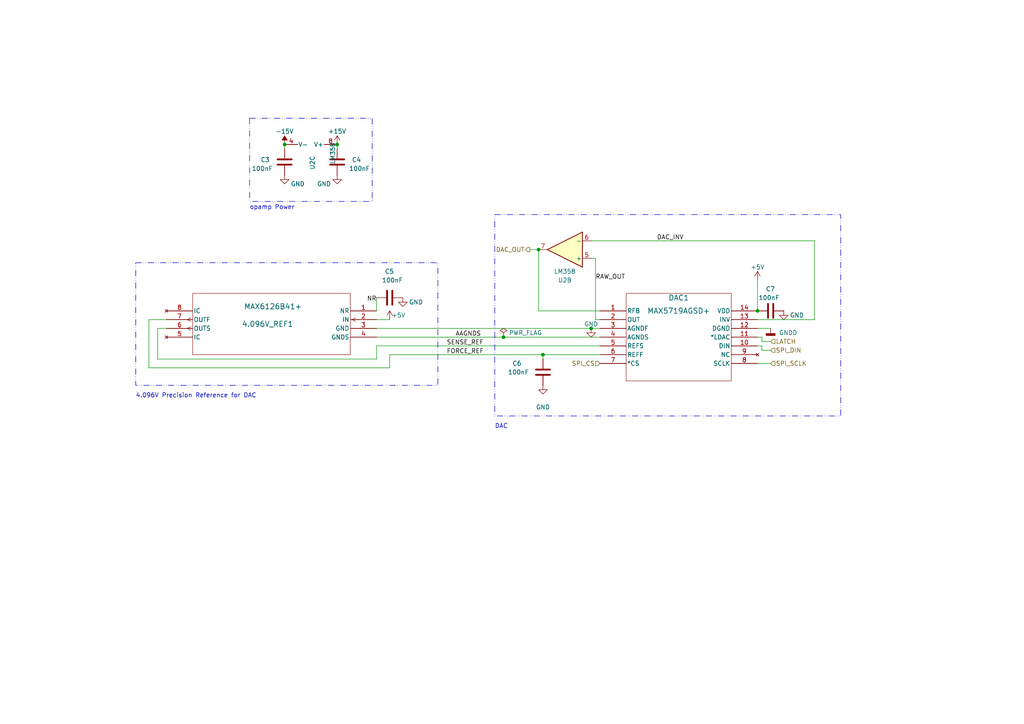
<source format=kicad_sch>
(kicad_sch (version 20230121) (generator eeschema)

  (uuid b001fea7-555d-43dc-9db4-e745df1b31e6)

  (paper "A4")

  (lib_symbols
    (symbol "Amplifier_Operational:LM358" (pin_names (offset 0.127)) (in_bom yes) (on_board yes)
      (property "Reference" "U2" (at 0 8.89 0)
        (effects (font (size 1.27 1.27)))
      )
      (property "Value" "LM358" (at 0 6.35 0)
        (effects (font (size 1.27 1.27)))
      )
      (property "Footprint" "LM358:D8" (at 0 0 0)
        (effects (font (size 1.27 1.27)) hide)
      )
      (property "Datasheet" "http://www.ti.com/lit/ds/symlink/lm2904-n.pdf" (at -1.27 6.35 0)
        (effects (font (size 1.27 1.27)) hide)
      )
      (property "ki_locked" "" (at 0 0 0)
        (effects (font (size 1.27 1.27)))
      )
      (property "ki_keywords" "dual opamp" (at 0 0 0)
        (effects (font (size 1.27 1.27)) hide)
      )
      (property "ki_description" "Low-Power, Dual Operational Amplifiers, DIP-8/SOIC-8/TO-99-8" (at 0 0 0)
        (effects (font (size 1.27 1.27)) hide)
      )
      (property "ki_fp_filters" "SOIC*3.9x4.9mm*P1.27mm* DIP*W7.62mm* TO*99* OnSemi*Micro8* TSSOP*3x3mm*P0.65mm* TSSOP*4.4x3mm*P0.65mm* MSOP*3x3mm*P0.65mm* SSOP*3.9x4.9mm*P0.635mm* LFCSP*2x2mm*P0.5mm* *SIP* SOIC*5.3x6.2mm*P1.27mm*" (at 0 0 0)
        (effects (font (size 1.27 1.27)) hide)
      )
      (symbol "LM358_1_1"
        (polyline
          (pts
            (xy -5.08 5.08)
            (xy 5.08 0)
            (xy -5.08 -5.08)
            (xy -5.08 5.08)
          )
          (stroke (width 0.254) (type default))
          (fill (type background))
        )
        (pin power_out line (at 7.62 0 180) (length 2.54)
          (name "~" (effects (font (size 1.27 1.27))))
          (number "1" (effects (font (size 1.27 1.27))))
        )
        (pin input line (at -7.62 -2.54 0) (length 2.54)
          (name "-" (effects (font (size 1.27 1.27))))
          (number "2" (effects (font (size 1.27 1.27))))
        )
        (pin input line (at -7.62 2.54 0) (length 2.54)
          (name "+" (effects (font (size 1.27 1.27))))
          (number "3" (effects (font (size 1.27 1.27))))
        )
      )
      (symbol "LM358_2_1"
        (polyline
          (pts
            (xy -5.08 5.08)
            (xy 5.08 0)
            (xy -5.08 -5.08)
            (xy -5.08 5.08)
          )
          (stroke (width 0.254) (type default))
          (fill (type background))
        )
        (pin input line (at -7.62 2.54 0) (length 2.54)
          (name "+" (effects (font (size 1.27 1.27))))
          (number "5" (effects (font (size 1.27 1.27))))
        )
        (pin input line (at -7.62 -2.54 0) (length 2.54)
          (name "-" (effects (font (size 1.27 1.27))))
          (number "6" (effects (font (size 1.27 1.27))))
        )
        (pin output line (at 7.62 0 180) (length 2.54)
          (name "~" (effects (font (size 1.27 1.27))))
          (number "7" (effects (font (size 1.27 1.27))))
        )
      )
      (symbol "LM358_3_1"
        (pin power_in line (at -2.54 -7.62 90) (length 3.81)
          (name "V-" (effects (font (size 1.27 1.27))))
          (number "4" (effects (font (size 1.27 1.27))))
        )
        (pin power_in line (at -2.54 7.62 270) (length 3.81)
          (name "V+" (effects (font (size 1.27 1.27))))
          (number "8" (effects (font (size 1.27 1.27))))
        )
      )
    )
    (symbol "Device:C" (pin_numbers hide) (pin_names (offset 0.254)) (in_bom yes) (on_board yes)
      (property "Reference" "C" (at 0.635 2.54 0)
        (effects (font (size 1.27 1.27)) (justify left))
      )
      (property "Value" "C" (at 0.635 -2.54 0)
        (effects (font (size 1.27 1.27)) (justify left))
      )
      (property "Footprint" "" (at 0.9652 -3.81 0)
        (effects (font (size 1.27 1.27)) hide)
      )
      (property "Datasheet" "~" (at 0 0 0)
        (effects (font (size 1.27 1.27)) hide)
      )
      (property "ki_keywords" "cap capacitor" (at 0 0 0)
        (effects (font (size 1.27 1.27)) hide)
      )
      (property "ki_description" "Unpolarized capacitor" (at 0 0 0)
        (effects (font (size 1.27 1.27)) hide)
      )
      (property "ki_fp_filters" "C_*" (at 0 0 0)
        (effects (font (size 1.27 1.27)) hide)
      )
      (symbol "C_0_1"
        (polyline
          (pts
            (xy -2.032 -0.762)
            (xy 2.032 -0.762)
          )
          (stroke (width 0.508) (type default))
          (fill (type none))
        )
        (polyline
          (pts
            (xy -2.032 0.762)
            (xy 2.032 0.762)
          )
          (stroke (width 0.508) (type default))
          (fill (type none))
        )
      )
      (symbol "C_1_1"
        (pin passive line (at 0 3.81 270) (length 2.794)
          (name "~" (effects (font (size 1.27 1.27))))
          (number "1" (effects (font (size 1.27 1.27))))
        )
        (pin passive line (at 0 -3.81 90) (length 2.794)
          (name "~" (effects (font (size 1.27 1.27))))
          (number "2" (effects (font (size 1.27 1.27))))
        )
      )
    )
    (symbol "LM358_1" (pin_names (offset 0.127)) (in_bom yes) (on_board yes)
      (property "Reference" "U2" (at 0 8.89 0)
        (effects (font (size 1.27 1.27)))
      )
      (property "Value" "LM358" (at 0 6.35 0)
        (effects (font (size 1.27 1.27)))
      )
      (property "Footprint" "LM358:D8" (at 0 0 0)
        (effects (font (size 1.27 1.27)) hide)
      )
      (property "Datasheet" "http://www.ti.com/lit/ds/symlink/lm2904-n.pdf" (at -1.27 6.35 0)
        (effects (font (size 1.27 1.27)) hide)
      )
      (property "ki_locked" "" (at 0 0 0)
        (effects (font (size 1.27 1.27)))
      )
      (property "ki_keywords" "dual opamp" (at 0 0 0)
        (effects (font (size 1.27 1.27)) hide)
      )
      (property "ki_description" "Low-Power, Dual Operational Amplifiers, DIP-8/SOIC-8/TO-99-8" (at 0 0 0)
        (effects (font (size 1.27 1.27)) hide)
      )
      (property "ki_fp_filters" "SOIC*3.9x4.9mm*P1.27mm* DIP*W7.62mm* TO*99* OnSemi*Micro8* TSSOP*3x3mm*P0.65mm* TSSOP*4.4x3mm*P0.65mm* MSOP*3x3mm*P0.65mm* SSOP*3.9x4.9mm*P0.635mm* LFCSP*2x2mm*P0.5mm* *SIP* SOIC*5.3x6.2mm*P1.27mm*" (at 0 0 0)
        (effects (font (size 1.27 1.27)) hide)
      )
      (symbol "LM358_1_1_1"
        (polyline
          (pts
            (xy -5.08 5.08)
            (xy 5.08 0)
            (xy -5.08 -5.08)
            (xy -5.08 5.08)
          )
          (stroke (width 0.254) (type default))
          (fill (type background))
        )
        (pin power_out line (at 7.62 0 180) (length 2.54)
          (name "~" (effects (font (size 1.27 1.27))))
          (number "1" (effects (font (size 1.27 1.27))))
        )
        (pin input line (at -7.62 -2.54 0) (length 2.54)
          (name "-" (effects (font (size 1.27 1.27))))
          (number "2" (effects (font (size 1.27 1.27))))
        )
        (pin input line (at -7.62 2.54 0) (length 2.54)
          (name "+" (effects (font (size 1.27 1.27))))
          (number "3" (effects (font (size 1.27 1.27))))
        )
      )
      (symbol "LM358_1_2_1"
        (polyline
          (pts
            (xy -5.08 5.08)
            (xy 5.08 0)
            (xy -5.08 -5.08)
            (xy -5.08 5.08)
          )
          (stroke (width 0.254) (type default))
          (fill (type background))
        )
        (pin input line (at -7.62 2.54 0) (length 2.54)
          (name "+" (effects (font (size 1.27 1.27))))
          (number "5" (effects (font (size 1.27 1.27))))
        )
        (pin input line (at -7.62 -2.54 0) (length 2.54)
          (name "-" (effects (font (size 1.27 1.27))))
          (number "6" (effects (font (size 1.27 1.27))))
        )
        (pin output line (at 7.62 0 180) (length 2.54)
          (name "~" (effects (font (size 1.27 1.27))))
          (number "7" (effects (font (size 1.27 1.27))))
        )
      )
      (symbol "LM358_1_3_1"
        (pin power_in line (at -2.54 -7.62 90) (length 3.81)
          (name "V-" (effects (font (size 1.27 1.27))))
          (number "4" (effects (font (size 1.27 1.27))))
        )
        (pin power_in line (at -2.54 7.62 270) (length 3.81)
          (name "V+" (effects (font (size 1.27 1.27))))
          (number "8" (effects (font (size 1.27 1.27))))
        )
      )
    )
    (symbol "MAX5719:MAX5719AGSD+" (pin_names (offset 0.254)) (in_bom yes) (on_board yes)
      (property "Reference" "DAC1" (at 22.86 3.81 0)
        (effects (font (size 1.524 1.524)))
      )
      (property "Value" "MAX5719AGSD+" (at 22.86 0 0)
        (effects (font (size 1.524 1.524)))
      )
      (property "Footprint" "MAX5719:21-0041_S14&plus_4_MXM" (at -3.81 6.35 0)
        (effects (font (size 1.27 1.27) italic) hide)
      )
      (property "Datasheet" "MAX5719AGSD+" (at -6.35 3.81 0)
        (effects (font (size 1.27 1.27) italic) hide)
      )
      (property "ki_locked" "" (at 0 0 0)
        (effects (font (size 1.27 1.27)))
      )
      (property "ki_keywords" "MAX5719AGSD+" (at 0 0 0)
        (effects (font (size 1.27 1.27)) hide)
      )
      (property "ki_fp_filters" "21-0041_S14+4_MXM 21-0041_S14+4_MXM-M 21-0041_S14+4_MXM-L" (at 0 0 0)
        (effects (font (size 1.27 1.27)) hide)
      )
      (symbol "MAX5719AGSD+_0_1"
        (polyline
          (pts
            (xy 7.62 -20.32)
            (xy 38.1 -20.32)
          )
          (stroke (width 0.127) (type default))
          (fill (type none))
        )
        (polyline
          (pts
            (xy 7.62 5.08)
            (xy 7.62 -20.32)
          )
          (stroke (width 0.127) (type default))
          (fill (type none))
        )
        (polyline
          (pts
            (xy 38.1 -20.32)
            (xy 38.1 5.08)
          )
          (stroke (width 0.127) (type default))
          (fill (type none))
        )
        (polyline
          (pts
            (xy 38.1 5.08)
            (xy 7.62 5.08)
          )
          (stroke (width 0.127) (type default))
          (fill (type none))
        )
        (pin power_in line (at 45.72 0 180) (length 7.62)
          (name "VDD" (effects (font (size 1.27 1.27))))
          (number "14" (effects (font (size 1.27 1.27))))
        )
        (pin output line (at 0 -2.54 0) (length 7.62)
          (name "OUT" (effects (font (size 1.27 1.27))))
          (number "2" (effects (font (size 1.27 1.27))))
        )
        (pin no_connect line (at 45.72 -12.7 180) (length 7.62)
          (name "NC" (effects (font (size 1.27 1.27))))
          (number "9" (effects (font (size 1.27 1.27))))
        )
      )
      (symbol "MAX5719AGSD+_1_1"
        (pin input line (at 0 0 0) (length 7.62)
          (name "RFB" (effects (font (size 1.27 1.27))))
          (number "1" (effects (font (size 1.27 1.27))))
        )
        (pin input line (at 45.72 -10.16 180) (length 7.62)
          (name "DIN" (effects (font (size 1.27 1.27))))
          (number "10" (effects (font (size 1.27 1.27))))
        )
        (pin input line (at 45.72 -7.62 180) (length 7.62)
          (name "*LDAC" (effects (font (size 1.27 1.27))))
          (number "11" (effects (font (size 1.27 1.27))))
        )
        (pin power_in line (at 45.72 -5.08 180) (length 7.62)
          (name "DGND" (effects (font (size 1.27 1.27))))
          (number "12" (effects (font (size 1.27 1.27))))
        )
        (pin output line (at 45.72 -2.54 180) (length 7.62)
          (name "INV" (effects (font (size 1.27 1.27))))
          (number "13" (effects (font (size 1.27 1.27))))
        )
        (pin power_in line (at 0 -5.08 0) (length 7.62)
          (name "AGNDF" (effects (font (size 1.27 1.27))))
          (number "3" (effects (font (size 1.27 1.27))))
        )
        (pin power_in line (at 0 -7.62 0) (length 7.62)
          (name "AGNDS" (effects (font (size 1.27 1.27))))
          (number "4" (effects (font (size 1.27 1.27))))
        )
        (pin input line (at 0 -10.16 0) (length 7.62)
          (name "REFS" (effects (font (size 1.27 1.27))))
          (number "5" (effects (font (size 1.27 1.27))))
        )
        (pin input line (at 0 -12.7 0) (length 7.62)
          (name "REFF" (effects (font (size 1.27 1.27))))
          (number "6" (effects (font (size 1.27 1.27))))
        )
        (pin input line (at 0 -15.24 0) (length 7.62)
          (name "*CS" (effects (font (size 1.27 1.27))))
          (number "7" (effects (font (size 1.27 1.27))))
        )
        (pin input line (at 45.72 -15.24 180) (length 7.62)
          (name "SCLK" (effects (font (size 1.27 1.27))))
          (number "8" (effects (font (size 1.27 1.27))))
        )
      )
    )
    (symbol "MAX6126:MAX6126B41+" (pin_names (offset 0.254)) (in_bom yes) (on_board yes)
      (property "Reference" "4.096V_prec_ref2" (at -21.59 -3.81 0)
        (effects (font (size 1.524 1.524)) (justify left))
      )
      (property "Value" "MAX6126B41+" (at -22.86 1.27 0)
        (effects (font (size 1.524 1.524)) (justify left))
      )
      (property "Footprint" "MAX6126:21-0036K" (at 0 0 0)
        (effects (font (size 1.27 1.27) italic) hide)
      )
      (property "Datasheet" "MAX6126B41+" (at 0 0 0)
        (effects (font (size 1.27 1.27) italic) hide)
      )
      (property "ki_locked" "" (at 0 0 0)
        (effects (font (size 1.27 1.27)))
      )
      (property "ki_keywords" "MAX6126B41+" (at 0 0 0)
        (effects (font (size 1.27 1.27)) hide)
      )
      (property "ki_fp_filters" "21-0036K 21-0036K-M 21-0036K-L" (at 0 0 0)
        (effects (font (size 1.27 1.27)) hide)
      )
      (symbol "MAX6126B41+_0_1"
        (polyline
          (pts
            (xy 7.0993 -2.54)
            (xy 6.0579 -3.0607)
          )
          (stroke (width 0.127) (type default))
          (fill (type none))
        )
        (polyline
          (pts
            (xy 7.0993 -2.54)
            (xy 6.0579 -2.0193)
          )
          (stroke (width 0.127) (type default))
          (fill (type none))
        )
        (polyline
          (pts
            (xy 7.62 -12.7)
            (xy 53.34 -12.7)
          )
          (stroke (width 0.127) (type default))
          (fill (type none))
        )
        (polyline
          (pts
            (xy 7.62 5.08)
            (xy 7.62 -12.7)
          )
          (stroke (width 0.127) (type default))
          (fill (type none))
        )
        (polyline
          (pts
            (xy 53.34 -12.7)
            (xy 53.34 5.08)
          )
          (stroke (width 0.127) (type default))
          (fill (type none))
        )
        (polyline
          (pts
            (xy 53.34 5.08)
            (xy 7.62 5.08)
          )
          (stroke (width 0.127) (type default))
          (fill (type none))
        )
        (polyline
          (pts
            (xy 53.8607 -5.6007)
            (xy 54.9021 -5.08)
          )
          (stroke (width 0.127) (type default))
          (fill (type none))
        )
        (polyline
          (pts
            (xy 53.8607 -4.5593)
            (xy 54.9021 -5.08)
          )
          (stroke (width 0.127) (type default))
          (fill (type none))
        )
        (polyline
          (pts
            (xy 53.8607 -3.0607)
            (xy 54.9021 -2.54)
          )
          (stroke (width 0.127) (type default))
          (fill (type none))
        )
        (polyline
          (pts
            (xy 53.8607 -2.0193)
            (xy 54.9021 -2.54)
          )
          (stroke (width 0.127) (type default))
          (fill (type none))
        )
        (pin input line (at 0 -2.54 0) (length 7.62)
          (name "IN" (effects (font (size 1.27 1.27))))
          (number "2" (effects (font (size 1.27 1.27))))
        )
        (pin power_in line (at 0 -5.08 0) (length 7.62)
          (name "GND" (effects (font (size 1.27 1.27))))
          (number "3" (effects (font (size 1.27 1.27))))
        )
        (pin power_in line (at 0 -7.62 0) (length 7.62)
          (name "GNDS" (effects (font (size 1.27 1.27))))
          (number "4" (effects (font (size 1.27 1.27))))
        )
        (pin no_connect line (at 60.96 -7.62 180) (length 7.62)
          (name "IC" (effects (font (size 1.27 1.27))))
          (number "5" (effects (font (size 1.27 1.27))))
        )
        (pin output line (at 60.96 -5.08 180) (length 7.62)
          (name "OUTS" (effects (font (size 1.27 1.27))))
          (number "6" (effects (font (size 1.27 1.27))))
        )
        (pin output line (at 60.96 -2.54 180) (length 7.62)
          (name "OUTF" (effects (font (size 1.27 1.27))))
          (number "7" (effects (font (size 1.27 1.27))))
        )
        (pin no_connect line (at 60.96 0 180) (length 7.62)
          (name "IC" (effects (font (size 1.27 1.27))))
          (number "8" (effects (font (size 1.27 1.27))))
        )
      )
      (symbol "MAX6126B41+_1_1"
        (pin input line (at 0 0 0) (length 7.62)
          (name "NR" (effects (font (size 1.27 1.27))))
          (number "1" (effects (font (size 1.27 1.27))))
        )
      )
    )
    (symbol "power:+15V" (power) (pin_names (offset 0)) (in_bom yes) (on_board yes)
      (property "Reference" "#PWR" (at 0 -3.81 0)
        (effects (font (size 1.27 1.27)) hide)
      )
      (property "Value" "+15V" (at 0 3.556 0)
        (effects (font (size 1.27 1.27)))
      )
      (property "Footprint" "" (at 0 0 0)
        (effects (font (size 1.27 1.27)) hide)
      )
      (property "Datasheet" "" (at 0 0 0)
        (effects (font (size 1.27 1.27)) hide)
      )
      (property "ki_keywords" "global power" (at 0 0 0)
        (effects (font (size 1.27 1.27)) hide)
      )
      (property "ki_description" "Power symbol creates a global label with name \"+15V\"" (at 0 0 0)
        (effects (font (size 1.27 1.27)) hide)
      )
      (symbol "+15V_0_1"
        (polyline
          (pts
            (xy -0.762 1.27)
            (xy 0 2.54)
          )
          (stroke (width 0) (type default))
          (fill (type none))
        )
        (polyline
          (pts
            (xy 0 0)
            (xy 0 2.54)
          )
          (stroke (width 0) (type default))
          (fill (type none))
        )
        (polyline
          (pts
            (xy 0 2.54)
            (xy 0.762 1.27)
          )
          (stroke (width 0) (type default))
          (fill (type none))
        )
      )
      (symbol "+15V_1_1"
        (pin power_in line (at 0 0 90) (length 0) hide
          (name "+15V" (effects (font (size 1.27 1.27))))
          (number "1" (effects (font (size 1.27 1.27))))
        )
      )
    )
    (symbol "power:+5V" (power) (pin_names (offset 0)) (in_bom yes) (on_board yes)
      (property "Reference" "#PWR" (at 0 -3.81 0)
        (effects (font (size 1.27 1.27)) hide)
      )
      (property "Value" "+5V" (at 0 3.556 0)
        (effects (font (size 1.27 1.27)))
      )
      (property "Footprint" "" (at 0 0 0)
        (effects (font (size 1.27 1.27)) hide)
      )
      (property "Datasheet" "" (at 0 0 0)
        (effects (font (size 1.27 1.27)) hide)
      )
      (property "ki_keywords" "global power" (at 0 0 0)
        (effects (font (size 1.27 1.27)) hide)
      )
      (property "ki_description" "Power symbol creates a global label with name \"+5V\"" (at 0 0 0)
        (effects (font (size 1.27 1.27)) hide)
      )
      (symbol "+5V_0_1"
        (polyline
          (pts
            (xy -0.762 1.27)
            (xy 0 2.54)
          )
          (stroke (width 0) (type default))
          (fill (type none))
        )
        (polyline
          (pts
            (xy 0 0)
            (xy 0 2.54)
          )
          (stroke (width 0) (type default))
          (fill (type none))
        )
        (polyline
          (pts
            (xy 0 2.54)
            (xy 0.762 1.27)
          )
          (stroke (width 0) (type default))
          (fill (type none))
        )
      )
      (symbol "+5V_1_1"
        (pin power_in line (at 0 0 90) (length 0) hide
          (name "+5V" (effects (font (size 1.27 1.27))))
          (number "1" (effects (font (size 1.27 1.27))))
        )
      )
    )
    (symbol "power:-15V" (power) (pin_names (offset 0)) (in_bom yes) (on_board yes)
      (property "Reference" "#PWR" (at 0 2.54 0)
        (effects (font (size 1.27 1.27)) hide)
      )
      (property "Value" "-15V" (at 0 3.81 0)
        (effects (font (size 1.27 1.27)))
      )
      (property "Footprint" "" (at 0 0 0)
        (effects (font (size 1.27 1.27)) hide)
      )
      (property "Datasheet" "" (at 0 0 0)
        (effects (font (size 1.27 1.27)) hide)
      )
      (property "ki_keywords" "global power" (at 0 0 0)
        (effects (font (size 1.27 1.27)) hide)
      )
      (property "ki_description" "Power symbol creates a global label with name \"-15V\"" (at 0 0 0)
        (effects (font (size 1.27 1.27)) hide)
      )
      (symbol "-15V_0_0"
        (pin power_in line (at 0 0 90) (length 0) hide
          (name "-15V" (effects (font (size 1.27 1.27))))
          (number "1" (effects (font (size 1.27 1.27))))
        )
      )
      (symbol "-15V_0_1"
        (polyline
          (pts
            (xy 0 0)
            (xy 0 1.27)
            (xy 0.762 1.27)
            (xy 0 2.54)
            (xy -0.762 1.27)
            (xy 0 1.27)
          )
          (stroke (width 0) (type default))
          (fill (type outline))
        )
      )
    )
    (symbol "power:GND" (power) (pin_names (offset 0)) (in_bom yes) (on_board yes)
      (property "Reference" "#PWR" (at 0 -6.35 0)
        (effects (font (size 1.27 1.27)) hide)
      )
      (property "Value" "GND" (at 0 -3.81 0)
        (effects (font (size 1.27 1.27)))
      )
      (property "Footprint" "" (at 0 0 0)
        (effects (font (size 1.27 1.27)) hide)
      )
      (property "Datasheet" "" (at 0 0 0)
        (effects (font (size 1.27 1.27)) hide)
      )
      (property "ki_keywords" "global power" (at 0 0 0)
        (effects (font (size 1.27 1.27)) hide)
      )
      (property "ki_description" "Power symbol creates a global label with name \"GND\" , ground" (at 0 0 0)
        (effects (font (size 1.27 1.27)) hide)
      )
      (symbol "GND_0_1"
        (polyline
          (pts
            (xy 0 0)
            (xy 0 -1.27)
            (xy 1.27 -1.27)
            (xy 0 -2.54)
            (xy -1.27 -1.27)
            (xy 0 -1.27)
          )
          (stroke (width 0) (type default))
          (fill (type none))
        )
      )
      (symbol "GND_1_1"
        (pin power_in line (at 0 0 270) (length 0) hide
          (name "GND" (effects (font (size 1.27 1.27))))
          (number "1" (effects (font (size 1.27 1.27))))
        )
      )
    )
    (symbol "power:GNDD" (power) (pin_names (offset 0)) (in_bom yes) (on_board yes)
      (property "Reference" "#PWR" (at 0 -6.35 0)
        (effects (font (size 1.27 1.27)) hide)
      )
      (property "Value" "GNDD" (at 0 -3.175 0)
        (effects (font (size 1.27 1.27)))
      )
      (property "Footprint" "" (at 0 0 0)
        (effects (font (size 1.27 1.27)) hide)
      )
      (property "Datasheet" "" (at 0 0 0)
        (effects (font (size 1.27 1.27)) hide)
      )
      (property "ki_keywords" "global power" (at 0 0 0)
        (effects (font (size 1.27 1.27)) hide)
      )
      (property "ki_description" "Power symbol creates a global label with name \"GNDD\" , digital ground" (at 0 0 0)
        (effects (font (size 1.27 1.27)) hide)
      )
      (symbol "GNDD_0_1"
        (rectangle (start -1.27 -1.524) (end 1.27 -2.032)
          (stroke (width 0.254) (type default))
          (fill (type outline))
        )
        (polyline
          (pts
            (xy 0 0)
            (xy 0 -1.524)
          )
          (stroke (width 0) (type default))
          (fill (type none))
        )
      )
      (symbol "GNDD_1_1"
        (pin power_in line (at 0 0 270) (length 0) hide
          (name "GNDD" (effects (font (size 1.27 1.27))))
          (number "1" (effects (font (size 1.27 1.27))))
        )
      )
    )
    (symbol "power:PWR_FLAG" (power) (pin_numbers hide) (pin_names (offset 0) hide) (in_bom yes) (on_board yes)
      (property "Reference" "#FLG" (at 0 1.905 0)
        (effects (font (size 1.27 1.27)) hide)
      )
      (property "Value" "PWR_FLAG" (at 0 3.81 0)
        (effects (font (size 1.27 1.27)))
      )
      (property "Footprint" "" (at 0 0 0)
        (effects (font (size 1.27 1.27)) hide)
      )
      (property "Datasheet" "~" (at 0 0 0)
        (effects (font (size 1.27 1.27)) hide)
      )
      (property "ki_keywords" "flag power" (at 0 0 0)
        (effects (font (size 1.27 1.27)) hide)
      )
      (property "ki_description" "Special symbol for telling ERC where power comes from" (at 0 0 0)
        (effects (font (size 1.27 1.27)) hide)
      )
      (symbol "PWR_FLAG_0_0"
        (pin power_out line (at 0 0 90) (length 0)
          (name "pwr" (effects (font (size 1.27 1.27))))
          (number "1" (effects (font (size 1.27 1.27))))
        )
      )
      (symbol "PWR_FLAG_0_1"
        (polyline
          (pts
            (xy 0 0)
            (xy 0 1.27)
            (xy -1.016 1.905)
            (xy 0 2.54)
            (xy 1.016 1.905)
            (xy 0 1.27)
          )
          (stroke (width 0) (type default))
          (fill (type none))
        )
      )
    )
  )

  (junction (at 146.05 97.79) (diameter 0) (color 0 0 0 0)
    (uuid 4b5ae08f-7d73-4815-91ca-66e2561fb3b6)
  )
  (junction (at 171.45 95.25) (diameter 0) (color 0 0 0 0)
    (uuid 73ae3e9d-45d7-44ea-a791-c03f8e201ae1)
  )
  (junction (at 82.55 41.91) (diameter 0) (color 0 0 0 0)
    (uuid 96b2a8f9-0053-4ad3-ad9e-051fa75b4415)
  )
  (junction (at 219.71 90.17) (diameter 0) (color 0 0 0 0)
    (uuid 9c37ca8e-b690-4c7b-ae18-4eb076b63c93)
  )
  (junction (at 157.48 102.87) (diameter 0) (color 0 0 0 0)
    (uuid b205a278-67ba-436b-9098-21fec884da3e)
  )
  (junction (at 156.21 72.39) (diameter 0) (color 0 0 0 0)
    (uuid d44f063c-8ff4-4b58-abda-ce0e2c1cb6e9)
  )
  (junction (at 97.79 41.91) (diameter 0) (color 0 0 0 0)
    (uuid e4f1e5da-5d89-4a2a-88e3-bdcfc910f3c3)
  )

  (wire (pts (xy 109.22 92.71) (xy 113.03 92.71))
    (stroke (width 0) (type default))
    (uuid 012440d1-0e47-4b55-ae2a-5f86e6b8be5c)
  )
  (wire (pts (xy 109.22 100.33) (xy 109.22 104.14))
    (stroke (width 0) (type default))
    (uuid 0ba96003-eb54-458c-b46c-f07b562dc170)
  )
  (wire (pts (xy 157.48 102.87) (xy 173.99 102.87))
    (stroke (width 0) (type default))
    (uuid 0c6f098a-1372-4731-bb8e-f5b88ca407fe)
  )
  (wire (pts (xy 219.71 105.41) (xy 223.52 105.41))
    (stroke (width 0) (type default))
    (uuid 2391459d-49b7-445a-8c04-957719eb1b3d)
  )
  (wire (pts (xy 171.45 95.25) (xy 173.99 95.25))
    (stroke (width 0) (type default))
    (uuid 2b5365b3-a3d6-48c5-b0e1-be7b667f207e)
  )
  (wire (pts (xy 82.55 43.18) (xy 82.55 41.91))
    (stroke (width 0) (type default))
    (uuid 2f4a8a41-8bc7-4695-8863-fec98baa29c6)
  )
  (wire (pts (xy 219.71 95.25) (xy 223.52 95.25))
    (stroke (width 0) (type default))
    (uuid 33589363-f244-4cf4-b86c-19d87e5bbbd1)
  )
  (wire (pts (xy 172.72 74.93) (xy 172.72 92.71))
    (stroke (width 0) (type default))
    (uuid 35d96504-5a0e-47c0-bfc1-dcea7e41c026)
  )
  (wire (pts (xy 236.22 92.71) (xy 219.71 92.71))
    (stroke (width 0) (type default))
    (uuid 39a4e327-0aa6-4b87-b5d4-5742f280c973)
  )
  (wire (pts (xy 45.72 95.25) (xy 48.26 95.25))
    (stroke (width 0) (type default))
    (uuid 513a1c10-b20c-44b5-a285-fe0a3a0dd787)
  )
  (wire (pts (xy 156.21 72.39) (xy 156.21 90.17))
    (stroke (width 0) (type default))
    (uuid 51c50729-d220-426d-a531-a809731e4e03)
  )
  (wire (pts (xy 157.48 104.14) (xy 157.48 102.87))
    (stroke (width 0) (type default))
    (uuid 532a45de-c7f4-44ee-8611-702be866019a)
  )
  (wire (pts (xy 109.22 90.17) (xy 109.22 86.36))
    (stroke (width 0) (type default))
    (uuid 53af6bf6-c14e-4e6c-984d-4033af647c44)
  )
  (wire (pts (xy 219.71 81.28) (xy 219.71 90.17))
    (stroke (width 0) (type default))
    (uuid 59adb9a9-1711-4da7-8ec9-c833ce66afc4)
  )
  (wire (pts (xy 223.52 99.06) (xy 220.98 99.06))
    (stroke (width 0) (type default))
    (uuid 5a6586fe-2139-49a2-b8c2-ad3e2b2f0a81)
  )
  (wire (pts (xy 109.22 95.25) (xy 171.45 95.25))
    (stroke (width 0) (type default))
    (uuid 5cdf7ade-f675-4701-af6f-983e9ce84d71)
  )
  (wire (pts (xy 113.03 106.68) (xy 43.18 106.68))
    (stroke (width 0) (type default))
    (uuid 6144f510-ed3c-45a6-9342-d64ea442a524)
  )
  (wire (pts (xy 236.22 69.85) (xy 171.45 69.85))
    (stroke (width 0) (type default))
    (uuid 6eca3345-c16d-417a-bbd3-47f382dfeb3e)
  )
  (wire (pts (xy 173.99 100.33) (xy 109.22 100.33))
    (stroke (width 0) (type default))
    (uuid 6f8b4d3b-d8c0-4880-9ca9-1aa5f066ee05)
  )
  (wire (pts (xy 109.22 97.79) (xy 146.05 97.79))
    (stroke (width 0) (type default))
    (uuid 7242a1ae-68ab-4a98-a5c2-81ecd39d09f4)
  )
  (wire (pts (xy 220.98 97.79) (xy 219.71 97.79))
    (stroke (width 0) (type default))
    (uuid 7e951cba-4601-487b-a059-363777447000)
  )
  (wire (pts (xy 172.72 74.93) (xy 171.45 74.93))
    (stroke (width 0) (type default))
    (uuid 871c7778-d227-49db-8540-8f556ef0653a)
  )
  (wire (pts (xy 220.98 100.33) (xy 220.98 101.6))
    (stroke (width 0) (type default))
    (uuid 8d9c41d8-4faa-48f3-87a0-a5473951f556)
  )
  (wire (pts (xy 219.71 100.33) (xy 220.98 100.33))
    (stroke (width 0) (type default))
    (uuid 8fba68aa-fba4-4f59-aced-a89cc24457ae)
  )
  (wire (pts (xy 220.98 99.06) (xy 220.98 97.79))
    (stroke (width 0) (type default))
    (uuid 9b24d5a9-d422-4d6e-9db8-be320f5acae4)
  )
  (wire (pts (xy 45.72 104.14) (xy 45.72 95.25))
    (stroke (width 0) (type default))
    (uuid b022a01d-381c-40a7-9070-c86105cbb49a)
  )
  (wire (pts (xy 156.21 90.17) (xy 173.99 90.17))
    (stroke (width 0) (type default))
    (uuid b2ddcfc4-fb65-4a59-969d-06c84aa7daa8)
  )
  (wire (pts (xy 220.98 101.6) (xy 223.52 101.6))
    (stroke (width 0) (type default))
    (uuid b37ebc35-0025-498a-bc68-f8df1ffb7644)
  )
  (wire (pts (xy 153.67 72.39) (xy 156.21 72.39))
    (stroke (width 0) (type default))
    (uuid bb652ecb-b865-4275-b618-cb23772b259b)
  )
  (wire (pts (xy 172.72 92.71) (xy 173.99 92.71))
    (stroke (width 0) (type default))
    (uuid bfaf2b14-c3c8-4c16-bdf7-c1422941831f)
  )
  (wire (pts (xy 43.18 92.71) (xy 48.26 92.71))
    (stroke (width 0) (type default))
    (uuid d1b154f5-a08e-4bc0-b8c0-fefcea29a96c)
  )
  (wire (pts (xy 236.22 69.85) (xy 236.22 92.71))
    (stroke (width 0) (type default))
    (uuid d914c401-30d2-4b18-bb08-22183eb12c72)
  )
  (wire (pts (xy 43.18 106.68) (xy 43.18 92.71))
    (stroke (width 0) (type default))
    (uuid dae71748-94ee-4a61-a8ca-d56402abb18b)
  )
  (wire (pts (xy 113.03 102.87) (xy 157.48 102.87))
    (stroke (width 0) (type default))
    (uuid dd0f9c8c-1ade-4599-bb9e-ec77384ef7b6)
  )
  (wire (pts (xy 113.03 102.87) (xy 113.03 106.68))
    (stroke (width 0) (type default))
    (uuid dd54c200-e6ea-4304-9e7f-07eabdb5552f)
  )
  (wire (pts (xy 97.79 41.91) (xy 97.79 43.18))
    (stroke (width 0) (type default))
    (uuid e8c21426-8436-4a93-a6e9-61ee74e4e580)
  )
  (wire (pts (xy 109.22 104.14) (xy 45.72 104.14))
    (stroke (width 0) (type default))
    (uuid faa26033-d1fa-4bfb-bed7-d10ff5b5ce18)
  )
  (wire (pts (xy 146.05 97.79) (xy 173.99 97.79))
    (stroke (width 0) (type default))
    (uuid fe94baa0-f0b2-40d9-8707-67803821ad5f)
  )

  (rectangle (start 39.37 76.2) (end 127 111.76)
    (stroke (width 0) (type dash_dot_dot))
    (fill (type none))
    (uuid 2d48a989-8ca9-4ec2-997a-e271d88a4abf)
  )
  (rectangle (start 72.39 34.29) (end 107.95 58.42)
    (stroke (width 0) (type dash_dot_dot))
    (fill (type none))
    (uuid 7bbcd2b4-a209-4548-87d1-e1a9c685e062)
  )
  (rectangle (start 143.51 62.23) (end 243.84 120.65)
    (stroke (width 0) (type dash_dot_dot))
    (fill (type none))
    (uuid 9c562176-d887-4c24-9432-aba622796419)
  )

  (text "opamp Power\n" (at 72.39 60.96 0)
    (effects (font (size 1.27 1.27)) (justify left bottom))
    (uuid 83ff6a27-3f2e-4d1a-a187-9701fc93da90)
  )
  (text "DAC" (at 143.51 124.46 0)
    (effects (font (size 1.27 1.27)) (justify left bottom))
    (uuid 8d97b3f7-dad3-49ce-b00e-9b379fc9593d)
  )
  (text "4.096V Precision Reference for DAC" (at 39.37 115.57 0)
    (effects (font (size 1.27 1.27)) (justify left bottom))
    (uuid c1739f4f-fa68-41cc-80f2-069cf3c3a3ed)
  )

  (label "DAC_INV" (at 190.5 69.85 0) (fields_autoplaced)
    (effects (font (size 1.27 1.27)) (justify left bottom))
    (uuid 1d6bf9f7-ba9a-4ff4-9ed7-f07d910e6b14)
  )
  (label "AAGNDS" (at 132.08 97.79 0) (fields_autoplaced)
    (effects (font (size 1.27 1.27)) (justify left bottom))
    (uuid 49a1d00e-d409-456d-816c-9524c51da8f9)
  )
  (label "FORCE_REF" (at 129.54 102.87 0) (fields_autoplaced)
    (effects (font (size 1.27 1.27)) (justify left bottom))
    (uuid 8d5e9a61-0226-4490-99d3-f4b1937be871)
  )
  (label "RAW_OUT" (at 172.72 81.28 0) (fields_autoplaced)
    (effects (font (size 1.27 1.27)) (justify left bottom))
    (uuid b1b662b4-261d-4b22-8153-e7c564a4965f)
  )
  (label "NR" (at 109.22 87.63 180) (fields_autoplaced)
    (effects (font (size 1.27 1.27)) (justify right bottom))
    (uuid f5552c3e-a9f3-4146-9130-166427074104)
  )
  (label "SENSE_REF" (at 129.54 100.33 0) (fields_autoplaced)
    (effects (font (size 1.27 1.27)) (justify left bottom))
    (uuid fb115dbf-84db-4684-b2a5-7c51328f0d16)
  )

  (hierarchical_label "SPI_CS" (shape input) (at 173.99 105.41 180) (fields_autoplaced)
    (effects (font (size 1.27 1.27)) (justify right))
    (uuid a03a640e-d582-4090-8a11-26c55ad6e626)
  )
  (hierarchical_label "SPI_DIN" (shape input) (at 223.52 101.6 0) (fields_autoplaced)
    (effects (font (size 1.27 1.27)) (justify left))
    (uuid a21f87ed-fd80-4582-8bcc-5cc4a91cd9d6)
  )
  (hierarchical_label "DAC_OUT" (shape output) (at 153.67 72.39 180) (fields_autoplaced)
    (effects (font (size 1.27 1.27)) (justify right))
    (uuid a31a7f60-f918-4ec5-b8f7-a250b306b514)
  )
  (hierarchical_label "SPI_SCLK" (shape input) (at 223.52 105.41 0) (fields_autoplaced)
    (effects (font (size 1.27 1.27)) (justify left))
    (uuid b1d89ec4-f74a-4815-b6d3-268a12b793a5)
  )
  (hierarchical_label "LATCH" (shape input) (at 223.52 99.06 0) (fields_autoplaced)
    (effects (font (size 1.27 1.27)) (justify left))
    (uuid e54604af-61b0-4799-aff2-e45f0acf77e2)
  )

  (symbol (lib_id "power:-15V") (at 82.55 41.91 0) (unit 1)
    (in_bom yes) (on_board yes) (dnp no) (fields_autoplaced)
    (uuid 0cfcc767-7be6-49b3-b452-debec22cf6df)
    (property "Reference" "#PWR026" (at 82.55 39.37 0)
      (effects (font (size 1.27 1.27)) hide)
    )
    (property "Value" "-15V" (at 82.55 38.1 0)
      (effects (font (size 1.27 1.27)))
    )
    (property "Footprint" "" (at 82.55 41.91 0)
      (effects (font (size 1.27 1.27)) hide)
    )
    (property "Datasheet" "" (at 82.55 41.91 0)
      (effects (font (size 1.27 1.27)) hide)
    )
    (pin "1" (uuid 76271f48-ea36-43b6-a9e1-058700ed8346))
    (instances
      (project "PCB_rev1"
        (path "/420b1871-e553-4672-be8f-bcca7ed43833/16cba024-f492-4869-8732-86c63ecbf370"
          (reference "#PWR026") (unit 1)
        )
      )
    )
  )

  (symbol (lib_id "Device:C") (at 113.03 86.36 90) (mirror x) (unit 1)
    (in_bom yes) (on_board yes) (dnp no)
    (uuid 10fddfa8-95b3-4af3-81c0-291d7d8cabd8)
    (property "Reference" "C5" (at 114.3 78.74 90)
      (effects (font (size 1.27 1.27)) (justify left))
    )
    (property "Value" "100nF" (at 116.84 81.28 90)
      (effects (font (size 1.27 1.27)) (justify left))
    )
    (property "Footprint" "Capacitor_SMD:C_0603_1608Metric_Pad1.08x0.95mm_HandSolder" (at 116.84 87.3252 0)
      (effects (font (size 1.27 1.27)) hide)
    )
    (property "Datasheet" "~" (at 113.03 86.36 0)
      (effects (font (size 1.27 1.27)) hide)
    )
    (pin "1" (uuid 34bda92b-a461-4c6b-95e6-415718161650))
    (pin "2" (uuid 984f0214-bba3-4286-85cb-d8fdac39d43c))
    (instances
      (project "PCB_rev1"
        (path "/420b1871-e553-4672-be8f-bcca7ed43833/16cba024-f492-4869-8732-86c63ecbf370"
          (reference "C5") (unit 1)
        )
      )
      (project "PCB_files"
        (path "/b7743f61-67eb-464d-a18d-e6f474f02623"
          (reference "C15") (unit 1)
        )
      )
    )
  )

  (symbol (lib_id "power:GND") (at 157.48 111.76 0) (unit 1)
    (in_bom yes) (on_board yes) (dnp no) (fields_autoplaced)
    (uuid 1a0ad256-4c43-4c8b-b3ee-cafadb9c58a3)
    (property "Reference" "#PWR032" (at 157.48 118.11 0)
      (effects (font (size 1.27 1.27)) hide)
    )
    (property "Value" "AGND" (at 157.48 118.11 0)
      (effects (font (size 1.27 1.27)))
    )
    (property "Footprint" "" (at 157.48 111.76 0)
      (effects (font (size 1.27 1.27)) hide)
    )
    (property "Datasheet" "" (at 157.48 111.76 0)
      (effects (font (size 1.27 1.27)) hide)
    )
    (pin "1" (uuid 2a91f68e-f119-424e-9f1d-3d59090576e6))
    (instances
      (project "PCB_rev1"
        (path "/420b1871-e553-4672-be8f-bcca7ed43833/16cba024-f492-4869-8732-86c63ecbf370"
          (reference "#PWR032") (unit 1)
        )
      )
      (project "PCB_files"
        (path "/b7743f61-67eb-464d-a18d-e6f474f02623"
          (reference "#PWR023") (unit 1)
        )
      )
    )
  )

  (symbol (lib_id "power:PWR_FLAG") (at 146.05 97.79 0) (unit 1)
    (in_bom yes) (on_board yes) (dnp no)
    (uuid 214f9063-c773-458a-93ae-264bd83074c0)
    (property "Reference" "#FLG06" (at 146.05 95.885 0)
      (effects (font (size 1.27 1.27)) hide)
    )
    (property "Value" "PWR_FLAG" (at 152.4 96.52 0)
      (effects (font (size 1.27 1.27)))
    )
    (property "Footprint" "" (at 146.05 97.79 0)
      (effects (font (size 1.27 1.27)) hide)
    )
    (property "Datasheet" "~" (at 146.05 97.79 0)
      (effects (font (size 1.27 1.27)) hide)
    )
    (pin "1" (uuid e77121d1-66ba-4b49-8245-17cd558aad2c))
    (instances
      (project "PCB_rev1"
        (path "/420b1871-e553-4672-be8f-bcca7ed43833/16cba024-f492-4869-8732-86c63ecbf370"
          (reference "#FLG06") (unit 1)
        )
      )
    )
  )

  (symbol (lib_id "Device:C") (at 223.52 90.17 90) (unit 1)
    (in_bom yes) (on_board yes) (dnp no)
    (uuid 38cf8c69-1e34-4578-921f-dd5831aea5ad)
    (property "Reference" "C7" (at 224.79 83.82 90)
      (effects (font (size 1.27 1.27)) (justify left))
    )
    (property "Value" "100nF" (at 226.06 86.36 90)
      (effects (font (size 1.27 1.27)) (justify left))
    )
    (property "Footprint" "Capacitor_SMD:C_0603_1608Metric_Pad1.08x0.95mm_HandSolder" (at 227.33 89.2048 0)
      (effects (font (size 1.27 1.27)) hide)
    )
    (property "Datasheet" "~" (at 223.52 90.17 0)
      (effects (font (size 1.27 1.27)) hide)
    )
    (pin "1" (uuid 6afd0fb5-ba4b-454b-b8ed-bae2332d8b97))
    (pin "2" (uuid be3e0778-a4dd-4ae4-8cd8-5a5f0925bca3))
    (instances
      (project "PCB_rev1"
        (path "/420b1871-e553-4672-be8f-bcca7ed43833/16cba024-f492-4869-8732-86c63ecbf370"
          (reference "C7") (unit 1)
        )
      )
      (project "PCB_files"
        (path "/b7743f61-67eb-464d-a18d-e6f474f02623"
          (reference "C13") (unit 1)
        )
      )
    )
  )

  (symbol (lib_id "power:GND") (at 82.55 50.8 0) (mirror y) (unit 1)
    (in_bom yes) (on_board yes) (dnp no)
    (uuid 62f9f919-3b24-408e-ba2a-4e164d8af1dc)
    (property "Reference" "#PWR027" (at 82.55 57.15 0)
      (effects (font (size 1.27 1.27)) hide)
    )
    (property "Value" "AGND" (at 86.36 53.34 0)
      (effects (font (size 1.27 1.27)))
    )
    (property "Footprint" "" (at 82.55 50.8 0)
      (effects (font (size 1.27 1.27)) hide)
    )
    (property "Datasheet" "" (at 82.55 50.8 0)
      (effects (font (size 1.27 1.27)) hide)
    )
    (pin "1" (uuid bf9c2597-dd99-4cf0-93d0-6ffd4af036ef))
    (instances
      (project "PCB_rev1"
        (path "/420b1871-e553-4672-be8f-bcca7ed43833/16cba024-f492-4869-8732-86c63ecbf370"
          (reference "#PWR027") (unit 1)
        )
      )
      (project "PCB_files"
        (path "/b7743f61-67eb-464d-a18d-e6f474f02623"
          (reference "#PWR023") (unit 1)
        )
      )
    )
  )

  (symbol (lib_id "Device:C") (at 97.79 46.99 0) (mirror y) (unit 1)
    (in_bom yes) (on_board yes) (dnp no)
    (uuid 6f84e935-7141-417b-b70e-e315f423502e)
    (property "Reference" "C4" (at 104.775 46.355 0)
      (effects (font (size 1.27 1.27)) (justify left))
    )
    (property "Value" "100nF" (at 107.315 48.895 0)
      (effects (font (size 1.27 1.27)) (justify left))
    )
    (property "Footprint" "Capacitor_SMD:C_0603_1608Metric_Pad1.08x0.95mm_HandSolder" (at 96.8248 50.8 0)
      (effects (font (size 1.27 1.27)) hide)
    )
    (property "Datasheet" "~" (at 97.79 46.99 0)
      (effects (font (size 1.27 1.27)) hide)
    )
    (pin "1" (uuid 90613e24-2d12-482f-9be4-42234a0353b3))
    (pin "2" (uuid 31683d22-dafc-4e1c-86bc-6ea38d82fc63))
    (instances
      (project "PCB_rev1"
        (path "/420b1871-e553-4672-be8f-bcca7ed43833/16cba024-f492-4869-8732-86c63ecbf370"
          (reference "C4") (unit 1)
        )
      )
      (project "PCB_files"
        (path "/b7743f61-67eb-464d-a18d-e6f474f02623"
          (reference "C15") (unit 1)
        )
      )
    )
  )

  (symbol (lib_name "LM358_1") (lib_id "Amplifier_Operational:LM358") (at 163.83 72.39 180) (unit 2)
    (in_bom yes) (on_board yes) (dnp no)
    (uuid 730a4bfd-bff8-406b-a41c-85727129141d)
    (property "Reference" "U2" (at 163.83 81.28 0)
      (effects (font (size 1.27 1.27)))
    )
    (property "Value" "LM358" (at 163.83 78.74 0)
      (effects (font (size 1.27 1.27)))
    )
    (property "Footprint" "LM358:D8" (at 163.83 72.39 0)
      (effects (font (size 1.27 1.27)) hide)
    )
    (property "Datasheet" "http://www.ti.com/lit/ds/symlink/lm2904-n.pdf" (at 165.1 78.74 0)
      (effects (font (size 1.27 1.27)) hide)
    )
    (pin "1" (uuid 0bcacd4e-c694-4f1f-9738-0909c1ceff23))
    (pin "2" (uuid e2f94c0b-3464-4828-a6f6-bd96e9ff7259))
    (pin "3" (uuid 2d7052c8-1889-4e09-9727-21019a2f0915))
    (pin "5" (uuid 8d96bb29-617d-42ad-92aa-ff678c3fa51d))
    (pin "6" (uuid 561f24af-785f-420b-a23e-4433666b713f))
    (pin "7" (uuid cbe61704-3b3b-4270-a8e9-f72b23350ded))
    (pin "4" (uuid 9b9faf7d-ea1b-489b-b6a4-1b0a519a504a))
    (pin "8" (uuid 86b77713-94a5-4d24-b8d3-69c70e94ef35))
    (instances
      (project "PCB_rev1"
        (path "/420b1871-e553-4672-be8f-bcca7ed43833/16cba024-f492-4869-8732-86c63ecbf370"
          (reference "U2") (unit 2)
        )
      )
      (project "PCB_files"
        (path "/b7743f61-67eb-464d-a18d-e6f474f02623"
          (reference "U1") (unit 2)
        )
      )
    )
  )

  (symbol (lib_id "power:GND") (at 116.84 86.36 0) (unit 1)
    (in_bom yes) (on_board yes) (dnp no)
    (uuid 7423867e-b11a-4c1b-af84-1f8e9435fe60)
    (property "Reference" "#PWR031" (at 116.84 92.71 0)
      (effects (font (size 1.27 1.27)) hide)
    )
    (property "Value" "AGND" (at 120.65 87.63 0)
      (effects (font (size 1.27 1.27)))
    )
    (property "Footprint" "" (at 116.84 86.36 0)
      (effects (font (size 1.27 1.27)) hide)
    )
    (property "Datasheet" "" (at 116.84 86.36 0)
      (effects (font (size 1.27 1.27)) hide)
    )
    (pin "1" (uuid 6a19ae2c-fb28-4b7c-a7b9-75b4bf78acb0))
    (instances
      (project "PCB_rev1"
        (path "/420b1871-e553-4672-be8f-bcca7ed43833/16cba024-f492-4869-8732-86c63ecbf370"
          (reference "#PWR031") (unit 1)
        )
      )
      (project "PCB_files"
        (path "/b7743f61-67eb-464d-a18d-e6f474f02623"
          (reference "#PWR024") (unit 1)
        )
      )
    )
  )

  (symbol (lib_id "MAX5719:MAX5719AGSD+") (at 173.99 90.17 0) (unit 1)
    (in_bom yes) (on_board yes) (dnp no)
    (uuid 803d84b7-3a80-485c-97d5-d07cbb9d6fc3)
    (property "Reference" "DAC1" (at 196.85 86.36 0)
      (effects (font (size 1.524 1.524)))
    )
    (property "Value" "MAX5719AGSD+" (at 196.85 90.17 0)
      (effects (font (size 1.524 1.524)))
    )
    (property "Footprint" "MAX5719:21-0041_S14&plus_4_MXM" (at 170.18 83.82 0)
      (effects (font (size 1.27 1.27) italic) hide)
    )
    (property "Datasheet" "https://www.analog.com/media/en/technical-documentation/data-sheets/MAX5717-MAX5719.pdf" (at 167.64 86.36 0)
      (effects (font (size 1.27 1.27) italic) hide)
    )
    (pin "14" (uuid bea8f09a-6914-4320-ac2d-787bfc897b44))
    (pin "2" (uuid 5fa3d80d-deaf-48a2-8e11-cc839019d81e))
    (pin "9" (uuid 7deedc8b-4175-42fb-bed0-ae94c7c93f9f))
    (pin "1" (uuid deec4008-d247-4066-a680-50eb6bdb51ab))
    (pin "10" (uuid 5986da73-903e-45ba-9629-d6781cdbf823))
    (pin "11" (uuid 01d16ad6-8f70-4da9-a55a-20e81cb912ec))
    (pin "12" (uuid 7eec17d3-aca1-4e06-810c-8c8968a22d15))
    (pin "13" (uuid 9b008905-0a5f-4143-a130-a435429e495f))
    (pin "3" (uuid 96aa2f0e-498a-482f-b8c9-56f5597e0b94))
    (pin "4" (uuid 0f55167d-ac64-4298-8bc5-b5fc56daf917))
    (pin "5" (uuid 68f9e6d3-9c90-40ff-bcbb-c6bd382f2a15))
    (pin "6" (uuid 7c15c598-258f-45a2-be01-2ab3dc6e7c1e))
    (pin "7" (uuid 0cd5df24-7936-4ab5-8104-cad5fb4ef82a))
    (pin "8" (uuid a36c2d58-bb93-4ee4-a77e-44bc21687ab8))
    (instances
      (project "PCB_rev1"
        (path "/420b1871-e553-4672-be8f-bcca7ed43833/16cba024-f492-4869-8732-86c63ecbf370"
          (reference "DAC1") (unit 1)
        )
      )
      (project "PCB_files"
        (path "/b7743f61-67eb-464d-a18d-e6f474f02623"
          (reference "DAC1") (unit 1)
        )
      )
    )
  )

  (symbol (lib_id "power:+5V") (at 113.03 92.71 0) (unit 1)
    (in_bom yes) (on_board yes) (dnp no)
    (uuid 8852746e-3312-445d-8690-be984ac8ad52)
    (property "Reference" "#PWR030" (at 113.03 96.52 0)
      (effects (font (size 1.27 1.27)) hide)
    )
    (property "Value" "+5V" (at 115.57 91.44 0)
      (effects (font (size 1.27 1.27)))
    )
    (property "Footprint" "" (at 113.03 92.71 0)
      (effects (font (size 1.27 1.27)) hide)
    )
    (property "Datasheet" "" (at 113.03 92.71 0)
      (effects (font (size 1.27 1.27)) hide)
    )
    (pin "1" (uuid f2bd835c-3644-4703-b424-225ac578bfbf))
    (instances
      (project "PCB_rev1"
        (path "/420b1871-e553-4672-be8f-bcca7ed43833/16cba024-f492-4869-8732-86c63ecbf370"
          (reference "#PWR030") (unit 1)
        )
      )
    )
  )

  (symbol (lib_id "MAX6126:MAX6126B41+") (at 109.22 90.17 0) (mirror y) (unit 1)
    (in_bom yes) (on_board yes) (dnp no)
    (uuid 90fe6e48-5a20-4e0d-8c14-26ae459e6df6)
    (property "Reference" "4.096V_REF1" (at 85.09 93.98 0)
      (effects (font (size 1.524 1.524)) (justify left))
    )
    (property "Value" "MAX6126B41+" (at 87.63 88.9 0)
      (effects (font (size 1.524 1.524)) (justify left))
    )
    (property "Footprint" "MAX6126:21-0036K" (at 109.22 90.17 0)
      (effects (font (size 1.27 1.27) italic) hide)
    )
    (property "Datasheet" "MAX6126B41+" (at 109.22 90.17 0)
      (effects (font (size 1.27 1.27) italic) hide)
    )
    (pin "2" (uuid 0557558b-ec2f-4913-95d7-5dee816e9c44))
    (pin "3" (uuid 952c60ae-9d5e-4de4-852c-28442ac72c5c))
    (pin "4" (uuid b80dd1f2-a931-4528-8732-db263a27c962))
    (pin "5" (uuid 4f9171bf-81bf-4ade-b176-3893e02d7d9c))
    (pin "6" (uuid 6d18ab56-15e4-4aad-8b52-e24e1f1366bb))
    (pin "7" (uuid 4b2dd17a-0058-4d00-8d75-e204e1887392))
    (pin "8" (uuid 14341d67-a9ac-49b6-94d9-0a9efd042dec))
    (pin "1" (uuid cce0cc11-5fc8-4b45-a52b-42e8ca22e015))
    (instances
      (project "PCB_rev1"
        (path "/420b1871-e553-4672-be8f-bcca7ed43833/16cba024-f492-4869-8732-86c63ecbf370"
          (reference "4.096V_REF1") (unit 1)
        )
      )
      (project "PCB_files"
        (path "/b7743f61-67eb-464d-a18d-e6f474f02623"
          (reference "4.096V_prec_ref1") (unit 1)
        )
      )
    )
  )

  (symbol (lib_id "Device:C") (at 82.55 46.99 0) (unit 1)
    (in_bom yes) (on_board yes) (dnp no)
    (uuid 97f9e274-33f1-461b-8de0-138c25d5c299)
    (property "Reference" "C3" (at 75.565 46.355 0)
      (effects (font (size 1.27 1.27)) (justify left))
    )
    (property "Value" "100nF" (at 73.025 48.895 0)
      (effects (font (size 1.27 1.27)) (justify left))
    )
    (property "Footprint" "Capacitor_SMD:C_0603_1608Metric_Pad1.08x0.95mm_HandSolder" (at 83.5152 50.8 0)
      (effects (font (size 1.27 1.27)) hide)
    )
    (property "Datasheet" "~" (at 82.55 46.99 0)
      (effects (font (size 1.27 1.27)) hide)
    )
    (pin "1" (uuid fcf4f45b-1cdf-4987-ba76-a876d708008e))
    (pin "2" (uuid 35a78016-f3c8-418c-88c2-19e2eea76a5c))
    (instances
      (project "PCB_rev1"
        (path "/420b1871-e553-4672-be8f-bcca7ed43833/16cba024-f492-4869-8732-86c63ecbf370"
          (reference "C3") (unit 1)
        )
      )
      (project "PCB_files"
        (path "/b7743f61-67eb-464d-a18d-e6f474f02623"
          (reference "C15") (unit 1)
        )
      )
    )
  )

  (symbol (lib_id "power:+15V") (at 97.79 41.91 0) (unit 1)
    (in_bom yes) (on_board yes) (dnp no) (fields_autoplaced)
    (uuid 9b8e62f8-b2cc-471c-aac7-1342801586b4)
    (property "Reference" "#PWR028" (at 97.79 45.72 0)
      (effects (font (size 1.27 1.27)) hide)
    )
    (property "Value" "+15V" (at 97.79 38.1 0)
      (effects (font (size 1.27 1.27)))
    )
    (property "Footprint" "" (at 97.79 41.91 0)
      (effects (font (size 1.27 1.27)) hide)
    )
    (property "Datasheet" "" (at 97.79 41.91 0)
      (effects (font (size 1.27 1.27)) hide)
    )
    (pin "1" (uuid b0097840-c9bd-4941-aefb-ddba37d55eff))
    (instances
      (project "PCB_rev1"
        (path "/420b1871-e553-4672-be8f-bcca7ed43833/16cba024-f492-4869-8732-86c63ecbf370"
          (reference "#PWR028") (unit 1)
        )
      )
    )
  )

  (symbol (lib_id "power:GNDD") (at 223.52 95.25 0) (unit 1)
    (in_bom yes) (on_board yes) (dnp no)
    (uuid a5849c13-d588-4789-b45d-3c0690b5906d)
    (property "Reference" "#PWR034" (at 223.52 101.6 0)
      (effects (font (size 1.27 1.27)) hide)
    )
    (property "Value" "GNDD" (at 228.6 96.52 0)
      (effects (font (size 1.27 1.27)))
    )
    (property "Footprint" "" (at 223.52 95.25 0)
      (effects (font (size 1.27 1.27)) hide)
    )
    (property "Datasheet" "" (at 223.52 95.25 0)
      (effects (font (size 1.27 1.27)) hide)
    )
    (pin "1" (uuid 90015bae-592a-4d6a-8895-62e912d5c34e))
    (instances
      (project "PCB_rev1"
        (path "/420b1871-e553-4672-be8f-bcca7ed43833"
          (reference "#PWR034") (unit 1)
        )
        (path "/420b1871-e553-4672-be8f-bcca7ed43833/16cba024-f492-4869-8732-86c63ecbf370"
          (reference "#PWR035") (unit 1)
        )
      )
    )
  )

  (symbol (lib_id "power:GND") (at 171.45 95.25 0) (unit 1)
    (in_bom yes) (on_board yes) (dnp no)
    (uuid b3d67f62-14ef-4b49-bdc6-a12ee1c43e07)
    (property "Reference" "#PWR033" (at 171.45 101.6 0)
      (effects (font (size 1.27 1.27)) hide)
    )
    (property "Value" "AGND" (at 171.45 93.98 0)
      (effects (font (size 1.27 1.27)))
    )
    (property "Footprint" "" (at 171.45 95.25 0)
      (effects (font (size 1.27 1.27)) hide)
    )
    (property "Datasheet" "" (at 171.45 95.25 0)
      (effects (font (size 1.27 1.27)) hide)
    )
    (pin "1" (uuid d2262930-3efc-4ef6-82ec-71ccaf84dcca))
    (instances
      (project "PCB_rev1"
        (path "/420b1871-e553-4672-be8f-bcca7ed43833/16cba024-f492-4869-8732-86c63ecbf370"
          (reference "#PWR033") (unit 1)
        )
      )
      (project "PCB_files"
        (path "/b7743f61-67eb-464d-a18d-e6f474f02623"
          (reference "#PWR022") (unit 1)
        )
      )
    )
  )

  (symbol (lib_id "Amplifier_Operational:LM358") (at 90.17 44.45 270) (unit 3)
    (in_bom yes) (on_board yes) (dnp no)
    (uuid b442715f-e6e6-4193-8ec7-c2627254b2e9)
    (property "Reference" "U2" (at 90.6139 47.2105 0)
      (effects (font (size 1.27 1.27)))
    )
    (property "Value" "LM358" (at 96.52 44.45 0)
      (effects (font (size 1.27 1.27)))
    )
    (property "Footprint" "LM358:D8" (at 90.17 44.45 0)
      (effects (font (size 1.27 1.27)) hide)
    )
    (property "Datasheet" "http://www.ti.com/lit/ds/symlink/lm2904-n.pdf" (at 96.52 43.18 0)
      (effects (font (size 1.27 1.27)) hide)
    )
    (pin "1" (uuid 0bcacd4e-c694-4f1f-9738-0909c1ceff24))
    (pin "2" (uuid e2f94c0b-3464-4828-a6f6-bd96e9ff725a))
    (pin "3" (uuid 2d7052c8-1889-4e09-9727-21019a2f0916))
    (pin "5" (uuid 8e75c239-4946-43bb-8dfc-5e3adc500d81))
    (pin "6" (uuid 7d8bfcec-c36d-4e19-8775-a4151fca9a7a))
    (pin "7" (uuid feaf35c4-b4bb-4d5d-9ef7-39dd3811b795))
    (pin "4" (uuid 9b9faf7d-ea1b-489b-b6a4-1b0a519a504b))
    (pin "8" (uuid 86b77713-94a5-4d24-b8d3-69c70e94ef36))
    (instances
      (project "PCB_rev1"
        (path "/420b1871-e553-4672-be8f-bcca7ed43833/16cba024-f492-4869-8732-86c63ecbf370"
          (reference "U2") (unit 3)
        )
      )
      (project "PCB_files"
        (path "/b7743f61-67eb-464d-a18d-e6f474f02623"
          (reference "U1") (unit 2)
        )
      )
    )
  )

  (symbol (lib_id "power:GND") (at 97.79 50.8 0) (unit 1)
    (in_bom yes) (on_board yes) (dnp no)
    (uuid b92d73d8-9844-470c-952b-40c038c6ee50)
    (property "Reference" "#PWR029" (at 97.79 57.15 0)
      (effects (font (size 1.27 1.27)) hide)
    )
    (property "Value" "AGND" (at 93.98 53.34 0)
      (effects (font (size 1.27 1.27)))
    )
    (property "Footprint" "" (at 97.79 50.8 0)
      (effects (font (size 1.27 1.27)) hide)
    )
    (property "Datasheet" "" (at 97.79 50.8 0)
      (effects (font (size 1.27 1.27)) hide)
    )
    (pin "1" (uuid c4f37f61-3959-42af-919b-16e6e913348b))
    (instances
      (project "PCB_rev1"
        (path "/420b1871-e553-4672-be8f-bcca7ed43833/16cba024-f492-4869-8732-86c63ecbf370"
          (reference "#PWR029") (unit 1)
        )
      )
      (project "PCB_files"
        (path "/b7743f61-67eb-464d-a18d-e6f474f02623"
          (reference "#PWR023") (unit 1)
        )
      )
    )
  )

  (symbol (lib_id "Device:C") (at 157.48 107.95 0) (unit 1)
    (in_bom yes) (on_board yes) (dnp no)
    (uuid c1951aa5-e02e-4bd8-a60b-d535884dd47b)
    (property "Reference" "C6" (at 148.59 105.41 0)
      (effects (font (size 1.27 1.27)) (justify left))
    )
    (property "Value" "100nF" (at 147.32 107.95 0)
      (effects (font (size 1.27 1.27)) (justify left))
    )
    (property "Footprint" "Capacitor_SMD:C_0603_1608Metric_Pad1.08x0.95mm_HandSolder" (at 158.4452 111.76 0)
      (effects (font (size 1.27 1.27)) hide)
    )
    (property "Datasheet" "~" (at 157.48 107.95 0)
      (effects (font (size 1.27 1.27)) hide)
    )
    (pin "1" (uuid 99639005-2e85-476c-97f2-d9f949cf49d2))
    (pin "2" (uuid b343dea7-53a1-4242-9e8d-64486994d320))
    (instances
      (project "PCB_rev1"
        (path "/420b1871-e553-4672-be8f-bcca7ed43833/16cba024-f492-4869-8732-86c63ecbf370"
          (reference "C6") (unit 1)
        )
      )
      (project "PCB_files"
        (path "/b7743f61-67eb-464d-a18d-e6f474f02623"
          (reference "C14") (unit 1)
        )
      )
    )
  )

  (symbol (lib_id "power:+5V") (at 219.71 81.28 0) (unit 1)
    (in_bom yes) (on_board yes) (dnp no) (fields_autoplaced)
    (uuid e98b1827-6898-4745-b4ff-b7c439798d69)
    (property "Reference" "#PWR034" (at 219.71 85.09 0)
      (effects (font (size 1.27 1.27)) hide)
    )
    (property "Value" "+5V" (at 219.71 77.47 0)
      (effects (font (size 1.27 1.27)))
    )
    (property "Footprint" "" (at 219.71 81.28 0)
      (effects (font (size 1.27 1.27)) hide)
    )
    (property "Datasheet" "" (at 219.71 81.28 0)
      (effects (font (size 1.27 1.27)) hide)
    )
    (pin "1" (uuid f902af3c-a393-481a-9365-de50c7c1f349))
    (instances
      (project "PCB_rev1"
        (path "/420b1871-e553-4672-be8f-bcca7ed43833/16cba024-f492-4869-8732-86c63ecbf370"
          (reference "#PWR034") (unit 1)
        )
      )
    )
  )

  (symbol (lib_id "power:GND") (at 227.33 90.17 0) (unit 1)
    (in_bom yes) (on_board yes) (dnp no)
    (uuid fbd3e5e1-2023-4aeb-8ba8-98f7f11ecc11)
    (property "Reference" "#PWR036" (at 227.33 96.52 0)
      (effects (font (size 1.27 1.27)) hide)
    )
    (property "Value" "AGND" (at 231.14 91.44 0)
      (effects (font (size 1.27 1.27)))
    )
    (property "Footprint" "" (at 227.33 90.17 0)
      (effects (font (size 1.27 1.27)) hide)
    )
    (property "Datasheet" "" (at 227.33 90.17 0)
      (effects (font (size 1.27 1.27)) hide)
    )
    (pin "1" (uuid 25d97912-0860-4145-80cd-427a4ad10a82))
    (instances
      (project "PCB_rev1"
        (path "/420b1871-e553-4672-be8f-bcca7ed43833/16cba024-f492-4869-8732-86c63ecbf370"
          (reference "#PWR036") (unit 1)
        )
      )
      (project "PCB_files"
        (path "/b7743f61-67eb-464d-a18d-e6f474f02623"
          (reference "#PWR020") (unit 1)
        )
      )
    )
  )
)

</source>
